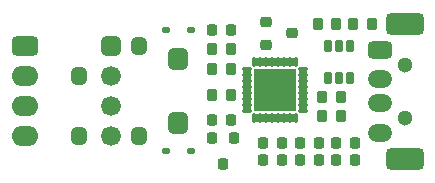
<source format=gts>
G04*
G04 #@! TF.GenerationSoftware,Altium Limited,Altium Designer,24.1.2 (44)*
G04*
G04 Layer_Color=20142*
%FSLAX25Y25*%
%MOIN*%
G70*
G04*
G04 #@! TF.SameCoordinates,0CAF7D85-E977-4B9D-9D86-D71ED8E1370B*
G04*
G04*
G04 #@! TF.FilePolarity,Negative*
G04*
G01*
G75*
%ADD23R,0.13782X0.03071*%
%ADD24R,0.03071X0.13782*%
%ADD25R,0.13898X0.13898*%
G04:AMPARAMS|DCode=26|XSize=14.96mil|YSize=30.71mil|CornerRadius=4.53mil|HoleSize=0mil|Usage=FLASHONLY|Rotation=270.000|XOffset=0mil|YOffset=0mil|HoleType=Round|Shape=RoundedRectangle|*
%AMROUNDEDRECTD26*
21,1,0.01496,0.02165,0,0,270.0*
21,1,0.00591,0.03071,0,0,270.0*
1,1,0.00906,-0.01083,-0.00295*
1,1,0.00906,-0.01083,0.00295*
1,1,0.00906,0.01083,0.00295*
1,1,0.00906,0.01083,-0.00295*
%
%ADD26ROUNDEDRECTD26*%
G04:AMPARAMS|DCode=27|XSize=14.96mil|YSize=30.71mil|CornerRadius=4.53mil|HoleSize=0mil|Usage=FLASHONLY|Rotation=180.000|XOffset=0mil|YOffset=0mil|HoleType=Round|Shape=RoundedRectangle|*
%AMROUNDEDRECTD27*
21,1,0.01496,0.02165,0,0,180.0*
21,1,0.00591,0.03071,0,0,180.0*
1,1,0.00906,-0.00295,0.01083*
1,1,0.00906,0.00295,0.01083*
1,1,0.00906,0.00295,-0.01083*
1,1,0.00906,-0.00295,-0.01083*
%
%ADD27ROUNDEDRECTD27*%
G04:AMPARAMS|DCode=28|XSize=38.58mil|YSize=34.65mil|CornerRadius=9.45mil|HoleSize=0mil|Usage=FLASHONLY|Rotation=90.000|XOffset=0mil|YOffset=0mil|HoleType=Round|Shape=RoundedRectangle|*
%AMROUNDEDRECTD28*
21,1,0.03858,0.01575,0,0,90.0*
21,1,0.01968,0.03465,0,0,90.0*
1,1,0.01890,0.00787,0.00984*
1,1,0.01890,0.00787,-0.00984*
1,1,0.01890,-0.00787,-0.00984*
1,1,0.01890,-0.00787,0.00984*
%
%ADD28ROUNDEDRECTD28*%
G04:AMPARAMS|DCode=29|XSize=42.52mil|YSize=34.65mil|CornerRadius=9.45mil|HoleSize=0mil|Usage=FLASHONLY|Rotation=90.000|XOffset=0mil|YOffset=0mil|HoleType=Round|Shape=RoundedRectangle|*
%AMROUNDEDRECTD29*
21,1,0.04252,0.01575,0,0,90.0*
21,1,0.02362,0.03465,0,0,90.0*
1,1,0.01890,0.00787,0.01181*
1,1,0.01890,0.00787,-0.01181*
1,1,0.01890,-0.00787,-0.01181*
1,1,0.01890,-0.00787,0.01181*
%
%ADD29ROUNDEDRECTD29*%
G04:AMPARAMS|DCode=30|XSize=34.65mil|YSize=38.58mil|CornerRadius=9.45mil|HoleSize=0mil|Usage=FLASHONLY|Rotation=0.000|XOffset=0mil|YOffset=0mil|HoleType=Round|Shape=RoundedRectangle|*
%AMROUNDEDRECTD30*
21,1,0.03465,0.01968,0,0,0.0*
21,1,0.01575,0.03858,0,0,0.0*
1,1,0.01890,0.00787,-0.00984*
1,1,0.01890,-0.00787,-0.00984*
1,1,0.01890,-0.00787,0.00984*
1,1,0.01890,0.00787,0.00984*
%
%ADD30ROUNDEDRECTD30*%
G04:AMPARAMS|DCode=31|XSize=20.87mil|YSize=26.77mil|CornerRadius=6mil|HoleSize=0mil|Usage=FLASHONLY|Rotation=270.000|XOffset=0mil|YOffset=0mil|HoleType=Round|Shape=RoundedRectangle|*
%AMROUNDEDRECTD31*
21,1,0.02087,0.01476,0,0,270.0*
21,1,0.00886,0.02677,0,0,270.0*
1,1,0.01201,-0.00738,-0.00443*
1,1,0.01201,-0.00738,0.00443*
1,1,0.01201,0.00738,0.00443*
1,1,0.01201,0.00738,-0.00443*
%
%ADD31ROUNDEDRECTD31*%
G04:AMPARAMS|DCode=32|XSize=74.02mil|YSize=66.14mil|CornerRadius=17.32mil|HoleSize=0mil|Usage=FLASHONLY|Rotation=270.000|XOffset=0mil|YOffset=0mil|HoleType=Round|Shape=RoundedRectangle|*
%AMROUNDEDRECTD32*
21,1,0.07402,0.03150,0,0,270.0*
21,1,0.03937,0.06614,0,0,270.0*
1,1,0.03465,-0.01575,-0.01968*
1,1,0.03465,-0.01575,0.01968*
1,1,0.03465,0.01575,0.01968*
1,1,0.03465,0.01575,-0.01968*
%
%ADD32ROUNDEDRECTD32*%
G04:AMPARAMS|DCode=33|XSize=34.65mil|YSize=38.58mil|CornerRadius=9.45mil|HoleSize=0mil|Usage=FLASHONLY|Rotation=90.000|XOffset=0mil|YOffset=0mil|HoleType=Round|Shape=RoundedRectangle|*
%AMROUNDEDRECTD33*
21,1,0.03465,0.01968,0,0,90.0*
21,1,0.01575,0.03858,0,0,90.0*
1,1,0.01890,0.00984,0.00787*
1,1,0.01890,0.00984,-0.00787*
1,1,0.01890,-0.00984,-0.00787*
1,1,0.01890,-0.00984,0.00787*
%
%ADD33ROUNDEDRECTD33*%
G04:AMPARAMS|DCode=34|XSize=26.77mil|YSize=42.52mil|CornerRadius=7.48mil|HoleSize=0mil|Usage=FLASHONLY|Rotation=0.000|XOffset=0mil|YOffset=0mil|HoleType=Round|Shape=RoundedRectangle|*
%AMROUNDEDRECTD34*
21,1,0.02677,0.02756,0,0,0.0*
21,1,0.01181,0.04252,0,0,0.0*
1,1,0.01496,0.00591,-0.01378*
1,1,0.01496,-0.00591,-0.01378*
1,1,0.01496,-0.00591,0.01378*
1,1,0.01496,0.00591,0.01378*
%
%ADD34ROUNDEDRECTD34*%
%ADD35O,0.08976X0.06614*%
G04:AMPARAMS|DCode=36|XSize=66.14mil|YSize=89.76mil|CornerRadius=17.32mil|HoleSize=0mil|Usage=FLASHONLY|Rotation=270.000|XOffset=0mil|YOffset=0mil|HoleType=Round|Shape=RoundedRectangle|*
%AMROUNDEDRECTD36*
21,1,0.06614,0.05512,0,0,270.0*
21,1,0.03150,0.08976,0,0,270.0*
1,1,0.03465,-0.02756,-0.01575*
1,1,0.03465,-0.02756,0.01575*
1,1,0.03465,0.02756,0.01575*
1,1,0.03465,0.02756,-0.01575*
%
%ADD36ROUNDEDRECTD36*%
%ADD37C,0.06614*%
G04:AMPARAMS|DCode=38|XSize=66.14mil|YSize=66.14mil|CornerRadius=17.32mil|HoleSize=0mil|Usage=FLASHONLY|Rotation=0.000|XOffset=0mil|YOffset=0mil|HoleType=Round|Shape=RoundedRectangle|*
%AMROUNDEDRECTD38*
21,1,0.06614,0.03150,0,0,0.0*
21,1,0.03150,0.06614,0,0,0.0*
1,1,0.03465,0.01575,-0.01575*
1,1,0.03465,-0.01575,-0.01575*
1,1,0.03465,-0.01575,0.01575*
1,1,0.03465,0.01575,0.01575*
%
%ADD38ROUNDEDRECTD38*%
G04:AMPARAMS|DCode=39|XSize=50.39mil|YSize=58.27mil|CornerRadius=13.39mil|HoleSize=0mil|Usage=FLASHONLY|Rotation=0.000|XOffset=0mil|YOffset=0mil|HoleType=Round|Shape=RoundedRectangle|*
%AMROUNDEDRECTD39*
21,1,0.05039,0.03150,0,0,0.0*
21,1,0.02362,0.05827,0,0,0.0*
1,1,0.02677,0.01181,-0.01575*
1,1,0.02677,-0.01181,-0.01575*
1,1,0.02677,-0.01181,0.01575*
1,1,0.02677,0.01181,0.01575*
%
%ADD39ROUNDEDRECTD39*%
%ADD40C,0.05118*%
G04:AMPARAMS|DCode=41|XSize=74.02mil|YSize=129.13mil|CornerRadius=19.29mil|HoleSize=0mil|Usage=FLASHONLY|Rotation=270.000|XOffset=0mil|YOffset=0mil|HoleType=Round|Shape=RoundedRectangle|*
%AMROUNDEDRECTD41*
21,1,0.07402,0.09055,0,0,270.0*
21,1,0.03543,0.12913,0,0,270.0*
1,1,0.03858,-0.04528,-0.01772*
1,1,0.03858,-0.04528,0.01772*
1,1,0.03858,0.04528,0.01772*
1,1,0.03858,0.04528,-0.01772*
%
%ADD41ROUNDEDRECTD41*%
%ADD42O,0.08189X0.05827*%
G04:AMPARAMS|DCode=43|XSize=58.27mil|YSize=81.89mil|CornerRadius=15.35mil|HoleSize=0mil|Usage=FLASHONLY|Rotation=90.000|XOffset=0mil|YOffset=0mil|HoleType=Round|Shape=RoundedRectangle|*
%AMROUNDEDRECTD43*
21,1,0.05827,0.05118,0,0,90.0*
21,1,0.02756,0.08189,0,0,90.0*
1,1,0.03071,0.02559,0.01378*
1,1,0.03071,0.02559,-0.01378*
1,1,0.03071,-0.02559,-0.01378*
1,1,0.03071,-0.02559,0.01378*
%
%ADD43ROUNDEDRECTD43*%
D23*
X96456Y39372D02*
D03*
X96457Y20471D02*
D03*
D24*
X105907Y29921D02*
D03*
X87006Y29921D02*
D03*
D25*
X96457Y29921D02*
D03*
D26*
X87008Y30906D02*
D03*
Y28937D02*
D03*
Y26968D02*
D03*
Y24999D02*
D03*
Y23030D02*
D03*
Y32875D02*
D03*
Y34844D02*
D03*
Y36812D02*
D03*
X105905Y34844D02*
D03*
Y23030D02*
D03*
Y24999D02*
D03*
Y26968D02*
D03*
Y28937D02*
D03*
Y30906D02*
D03*
Y32875D02*
D03*
Y36813D02*
D03*
D27*
X91534Y20472D02*
D03*
X93503D02*
D03*
X89565D02*
D03*
X95472D02*
D03*
X97441D02*
D03*
X99410D02*
D03*
X103348D02*
D03*
X101379D02*
D03*
X89565Y39370D02*
D03*
X91534D02*
D03*
X93503D02*
D03*
X103348D02*
D03*
X95472D02*
D03*
X97441D02*
D03*
X99410D02*
D03*
X101379D02*
D03*
D28*
X123228Y12205D02*
D03*
X116929D02*
D03*
X111024D02*
D03*
X104724D02*
D03*
X98819D02*
D03*
X92520D02*
D03*
X98819Y6693D02*
D03*
X92520D02*
D03*
X81890Y50000D02*
D03*
X75590D02*
D03*
X81890Y20079D02*
D03*
X75590D02*
D03*
X111024Y6693D02*
D03*
X104724D02*
D03*
X123228D02*
D03*
X116929D02*
D03*
D29*
X116929Y51968D02*
D03*
X110630D02*
D03*
X81890Y28346D02*
D03*
X75590D02*
D03*
X81890Y43701D02*
D03*
X75590D02*
D03*
X81890Y37008D02*
D03*
X75590D02*
D03*
X118504Y21260D02*
D03*
X112205D02*
D03*
X118504Y27559D02*
D03*
X112205D02*
D03*
X128740Y51968D02*
D03*
X122441D02*
D03*
D30*
X82874Y13780D02*
D03*
X79134Y5118D02*
D03*
X75394Y13780D02*
D03*
D31*
X68307Y50000D02*
D03*
X60039D02*
D03*
X68307Y9449D02*
D03*
X60039D02*
D03*
D32*
X64173Y40157D02*
D03*
Y18898D02*
D03*
D33*
X101969Y48819D02*
D03*
X93307Y52559D02*
D03*
Y45079D02*
D03*
D34*
X121457Y44685D02*
D03*
X117717D02*
D03*
Y34055D02*
D03*
X121457D02*
D03*
X113976Y44685D02*
D03*
Y34055D02*
D03*
D35*
X12992Y34528D02*
D03*
Y24528D02*
D03*
Y14528D02*
D03*
D36*
Y44528D02*
D03*
D37*
X41732Y34528D02*
D03*
Y24528D02*
D03*
Y14528D02*
D03*
D38*
Y44528D02*
D03*
D39*
X50945Y44528D02*
D03*
X30945Y34528D02*
D03*
Y14528D02*
D03*
X50945D02*
D03*
Y44528D02*
D03*
Y14528D02*
D03*
D40*
X139764Y38386D02*
D03*
Y20669D02*
D03*
D41*
Y51968D02*
D03*
Y7087D02*
D03*
D42*
X131496Y25591D02*
D03*
Y33465D02*
D03*
Y15748D02*
D03*
D43*
Y43307D02*
D03*
M02*

</source>
